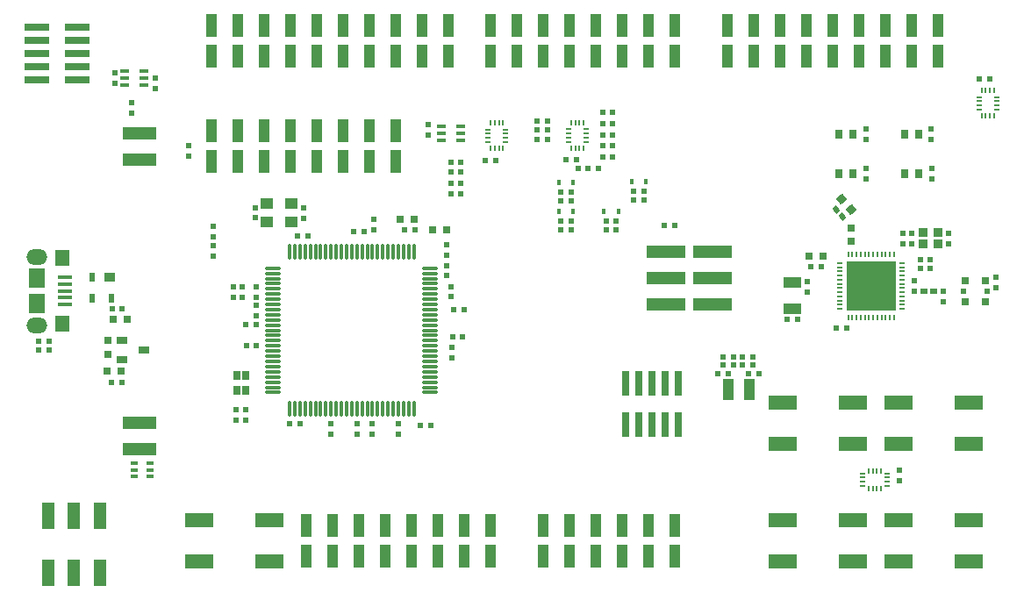
<source format=gtp>
G04 Layer_Color=8421504*
%FSLAX24Y24*%
%MOIN*%
G70*
G01*
G75*
%ADD16R,0.0197X0.0236*%
%ADD17R,0.0374X0.0335*%
%ADD18R,0.0157X0.0197*%
%ADD19R,0.0236X0.0217*%
%ADD22R,0.0236X0.0197*%
%ADD25R,0.0402X0.0799*%
%ADD26R,0.0299X0.0945*%
%ADD27R,0.0402X0.0862*%
%ADD28O,0.0256X0.0079*%
%ADD29O,0.0079X0.0256*%
%ADD30R,0.1850X0.1850*%
%ADD31R,0.0217X0.0236*%
%ADD32R,0.0295X0.0315*%
%ADD34R,0.0256X0.0197*%
%ADD35R,0.0315X0.0295*%
G04:AMPARAMS|DCode=36|XSize=31.5mil|YSize=29.5mil|CornerRadius=0mil|HoleSize=0mil|Usage=FLASHONLY|Rotation=40.000|XOffset=0mil|YOffset=0mil|HoleType=Round|Shape=Rectangle|*
%AMROTATEDRECTD36*
4,1,4,-0.0026,-0.0214,-0.0216,0.0012,0.0026,0.0214,0.0216,-0.0012,-0.0026,-0.0214,0.0*
%
%ADD36ROTATEDRECTD36*%

G04:AMPARAMS|DCode=37|XSize=19.7mil|YSize=25.6mil|CornerRadius=0mil|HoleSize=0mil|Usage=FLASHONLY|Rotation=40.000|XOffset=0mil|YOffset=0mil|HoleType=Round|Shape=Rectangle|*
%AMROTATEDRECTD37*
4,1,4,0.0007,-0.0161,-0.0158,0.0035,-0.0007,0.0161,0.0158,-0.0035,0.0007,-0.0161,0.0*
%
%ADD37ROTATEDRECTD37*%

%ADD38R,0.0300X0.0320*%
%ADD39R,0.0532X0.0157*%
%ADD40R,0.0610X0.0748*%
%ADD41R,0.0551X0.0630*%
%ADD42R,0.0315X0.0295*%
%ADD43R,0.0228X0.0197*%
%ADD44R,0.1500X0.0500*%
%ADD45R,0.0354X0.0138*%
%ADD46R,0.1252X0.0500*%
%ADD47R,0.0400X0.0300*%
%ADD48R,0.1083X0.0551*%
%ADD49R,0.0256X0.0335*%
%ADD50R,0.0236X0.0335*%
%ADD51R,0.0394X0.0335*%
%ADD52R,0.0276X0.0118*%
%ADD53R,0.0472X0.0433*%
%ADD54O,0.0650X0.0118*%
%ADD55O,0.0118X0.0650*%
%ADD56R,0.0945X0.0299*%
%ADD57R,0.0472X0.0984*%
%ADD58R,0.0709X0.0394*%
%ADD89O,0.0787X0.0591*%
%ADD90O,0.0071X0.0240*%
%ADD91O,0.0240X0.0071*%
D16*
X33670Y14289D02*
D03*
Y14683D02*
D03*
X9091Y11927D02*
D03*
Y11534D02*
D03*
X35195Y12478D02*
D03*
Y12084D02*
D03*
X10881Y15627D02*
D03*
Y15234D02*
D03*
X16511Y9954D02*
D03*
Y10347D02*
D03*
X16481Y12657D02*
D03*
Y12264D02*
D03*
X16331Y13064D02*
D03*
Y13457D02*
D03*
X9061Y15657D02*
D03*
Y15264D02*
D03*
X34100Y12873D02*
D03*
Y12479D02*
D03*
X35400Y14683D02*
D03*
Y14289D02*
D03*
X30011Y12446D02*
D03*
Y12840D02*
D03*
X37184Y12993D02*
D03*
Y12599D02*
D03*
X13551Y14804D02*
D03*
Y15197D02*
D03*
X8221Y12647D02*
D03*
Y12254D02*
D03*
X9091Y12647D02*
D03*
Y12254D02*
D03*
X11931Y7437D02*
D03*
Y7044D02*
D03*
X14495Y7437D02*
D03*
Y7044D02*
D03*
X34000Y14289D02*
D03*
Y14683D02*
D03*
X33522Y5288D02*
D03*
Y5681D02*
D03*
D17*
X34985Y14260D02*
D03*
Y14713D02*
D03*
X34415D02*
D03*
Y14260D02*
D03*
D18*
X23353Y16645D02*
D03*
X23904D02*
D03*
X22303Y15522D02*
D03*
X22854D02*
D03*
X20583D02*
D03*
X21134D02*
D03*
X20582Y16612D02*
D03*
X21133D02*
D03*
D19*
X27221Y9981D02*
D03*
X26827D02*
D03*
X27567D02*
D03*
X27961D02*
D03*
X27567Y9681D02*
D03*
X27961D02*
D03*
X27221D02*
D03*
X26827D02*
D03*
X19765Y18952D02*
D03*
X20158D02*
D03*
X19765Y18602D02*
D03*
X20158D02*
D03*
X21705Y17132D02*
D03*
X22099D02*
D03*
X21312D02*
D03*
X21705D02*
D03*
X23833Y16272D02*
D03*
X23439D02*
D03*
X22775Y15159D02*
D03*
X22382D02*
D03*
X21043Y15152D02*
D03*
X20649D02*
D03*
X22248Y19261D02*
D03*
X22642D02*
D03*
X22248Y18841D02*
D03*
X22642D02*
D03*
X22248Y18421D02*
D03*
X22642D02*
D03*
X22248Y17581D02*
D03*
X22642D02*
D03*
X21052Y16242D02*
D03*
X20658D02*
D03*
X22248Y18001D02*
D03*
X22642D02*
D03*
X15722Y7361D02*
D03*
X15329D02*
D03*
X16585Y11791D02*
D03*
X16978D02*
D03*
X16871Y16591D02*
D03*
X16477D02*
D03*
X16871Y17011D02*
D03*
X16477D02*
D03*
X16871Y16171D02*
D03*
X16477D02*
D03*
X16871Y17381D02*
D03*
X16477D02*
D03*
X1211Y10581D02*
D03*
X817D02*
D03*
X19765Y18252D02*
D03*
X20158D02*
D03*
X24588Y14985D02*
D03*
X24982D02*
D03*
D22*
X18185Y17452D02*
D03*
X17792D02*
D03*
X21262Y17472D02*
D03*
X20868D02*
D03*
X23833Y15932D02*
D03*
X23439D02*
D03*
X22382Y14819D02*
D03*
X22775D02*
D03*
X20649Y14812D02*
D03*
X21043D02*
D03*
X21052Y15902D02*
D03*
X20658D02*
D03*
X27808Y9345D02*
D03*
X28202D02*
D03*
X10675Y14571D02*
D03*
X11068D02*
D03*
X16545Y10731D02*
D03*
X16938D02*
D03*
X10355Y7431D02*
D03*
X10748D02*
D03*
X8715Y10411D02*
D03*
X9108D02*
D03*
X8685Y11211D02*
D03*
X9078D02*
D03*
X1211Y10231D02*
D03*
X817D02*
D03*
X31527Y11066D02*
D03*
X31133D02*
D03*
X29255Y11403D02*
D03*
X29648D02*
D03*
X12795Y14741D02*
D03*
X13188D02*
D03*
X3615Y11801D02*
D03*
X4008D02*
D03*
X14735Y14821D02*
D03*
X15128D02*
D03*
X3589Y9011D02*
D03*
X3982D02*
D03*
X30547Y13426D02*
D03*
X30153D02*
D03*
X34313Y13686D02*
D03*
X34707D02*
D03*
X34313Y13356D02*
D03*
X34707D02*
D03*
X26628Y9345D02*
D03*
X27022D02*
D03*
X36962Y20535D02*
D03*
X36569D02*
D03*
D25*
X27813Y8735D02*
D03*
X27025D02*
D03*
D26*
X23115Y8960D02*
D03*
X23615D02*
D03*
X24115D02*
D03*
X24615D02*
D03*
X25115D02*
D03*
X23115Y7425D02*
D03*
X23615D02*
D03*
X24115D02*
D03*
X24615D02*
D03*
X25115D02*
D03*
D27*
X7395Y17414D02*
D03*
Y18567D02*
D03*
X11395D02*
D03*
Y17414D02*
D03*
X12395Y18567D02*
D03*
Y17414D02*
D03*
X10395Y18567D02*
D03*
Y17414D02*
D03*
X9395Y18567D02*
D03*
Y17414D02*
D03*
X8395D02*
D03*
Y18567D02*
D03*
X14395Y17414D02*
D03*
Y18567D02*
D03*
X13395Y17414D02*
D03*
Y18567D02*
D03*
X26995Y21414D02*
D03*
Y22567D02*
D03*
X32995D02*
D03*
X28995D02*
D03*
X32995Y21414D02*
D03*
X28995D02*
D03*
X33995Y22567D02*
D03*
X34995D02*
D03*
X29995D02*
D03*
X30995D02*
D03*
X27995D02*
D03*
X33995Y21414D02*
D03*
X34995D02*
D03*
X29995Y21414D02*
D03*
X30995Y21414D02*
D03*
X27995D02*
D03*
X31995Y22567D02*
D03*
Y21414D02*
D03*
X21995Y21414D02*
D03*
Y22567D02*
D03*
X17995Y21414D02*
D03*
X20995D02*
D03*
X19995Y21414D02*
D03*
X24995Y21414D02*
D03*
X23995D02*
D03*
X17995Y22567D02*
D03*
X20995D02*
D03*
X19995D02*
D03*
X24995D02*
D03*
X23995D02*
D03*
X18995Y21414D02*
D03*
X22995D02*
D03*
X18995Y22567D02*
D03*
X22995D02*
D03*
X7395Y21414D02*
D03*
X13395D02*
D03*
X7395Y22567D02*
D03*
X13395D02*
D03*
X8395Y21414D02*
D03*
X9395Y21414D02*
D03*
X11395D02*
D03*
X12395D02*
D03*
X15395D02*
D03*
X16395D02*
D03*
X8395Y22567D02*
D03*
X9395D02*
D03*
X11395D02*
D03*
X12395D02*
D03*
X15395D02*
D03*
X16395D02*
D03*
X10395Y21414D02*
D03*
X14395Y21414D02*
D03*
X10395Y22567D02*
D03*
X14395D02*
D03*
X13995Y3567D02*
D03*
Y2414D02*
D03*
X17995Y3567D02*
D03*
X14995D02*
D03*
X15995Y3567D02*
D03*
X10995Y3567D02*
D03*
X11995D02*
D03*
X17995Y2414D02*
D03*
X14995D02*
D03*
X15995D02*
D03*
X10995D02*
D03*
X11995D02*
D03*
X16995Y3567D02*
D03*
X12995D02*
D03*
X16995Y2414D02*
D03*
X12995D02*
D03*
X21995Y2414D02*
D03*
Y3567D02*
D03*
X19995Y2414D02*
D03*
X20995D02*
D03*
X23995D02*
D03*
X24995D02*
D03*
X19995Y3567D02*
D03*
X20995D02*
D03*
X23995D02*
D03*
X24995D02*
D03*
X22995Y2414D02*
D03*
X22995Y3567D02*
D03*
D28*
X31259Y13542D02*
D03*
Y13385D02*
D03*
Y13227D02*
D03*
Y13070D02*
D03*
Y12912D02*
D03*
Y12755D02*
D03*
Y12598D02*
D03*
Y12440D02*
D03*
Y12283D02*
D03*
Y12125D02*
D03*
Y11968D02*
D03*
Y11810D02*
D03*
X33641D02*
D03*
Y11968D02*
D03*
Y12125D02*
D03*
Y12283D02*
D03*
Y12440D02*
D03*
Y12598D02*
D03*
Y12755D02*
D03*
Y12912D02*
D03*
Y13070D02*
D03*
Y13227D02*
D03*
Y13385D02*
D03*
Y13542D02*
D03*
D29*
X31584Y11485D02*
D03*
X31741D02*
D03*
X31899D02*
D03*
X32056D02*
D03*
X32214D02*
D03*
X32371D02*
D03*
X32529D02*
D03*
X32686D02*
D03*
X32844D02*
D03*
X33001D02*
D03*
X33159D02*
D03*
X33316D02*
D03*
Y13867D02*
D03*
X33159D02*
D03*
X33001D02*
D03*
X32844D02*
D03*
X32686D02*
D03*
X32529D02*
D03*
X32371D02*
D03*
X32214D02*
D03*
X32056D02*
D03*
X31899D02*
D03*
X31741D02*
D03*
X31584D02*
D03*
D30*
X32450Y12676D02*
D03*
D31*
X6515Y17614D02*
D03*
Y18007D02*
D03*
X16331Y13834D02*
D03*
Y14227D02*
D03*
X15625Y18817D02*
D03*
Y18424D02*
D03*
X5255Y20577D02*
D03*
Y20184D02*
D03*
X4355Y19254D02*
D03*
Y19648D02*
D03*
X32245Y18641D02*
D03*
Y18248D02*
D03*
X34735Y18641D02*
D03*
Y18248D02*
D03*
X34755Y17141D02*
D03*
Y16748D02*
D03*
X32245D02*
D03*
Y17141D02*
D03*
X3715Y20768D02*
D03*
Y20374D02*
D03*
X8324Y7977D02*
D03*
Y7584D02*
D03*
X8699Y7977D02*
D03*
Y7584D02*
D03*
X8571Y12647D02*
D03*
Y12254D02*
D03*
X12919Y7048D02*
D03*
Y7441D02*
D03*
X13509Y7048D02*
D03*
Y7441D02*
D03*
X7455Y14947D02*
D03*
Y14553D02*
D03*
X7456Y13811D02*
D03*
Y14204D02*
D03*
D32*
X15780Y14801D02*
D03*
X16311D02*
D03*
X14556Y15221D02*
D03*
X15087D02*
D03*
X4187Y11401D02*
D03*
X3656D02*
D03*
X3420Y9431D02*
D03*
X3951D02*
D03*
X30084Y13826D02*
D03*
X30616D02*
D03*
D34*
X34837Y12476D02*
D03*
X34463D02*
D03*
D35*
X31700Y14361D02*
D03*
Y14892D02*
D03*
X3465Y10075D02*
D03*
Y10606D02*
D03*
D36*
X31681Y15583D02*
D03*
X31339Y15990D02*
D03*
D37*
X31361Y15303D02*
D03*
X31120Y15589D02*
D03*
D38*
X31220Y18435D02*
D03*
X31770D02*
D03*
X33720D02*
D03*
X34270D02*
D03*
X31220Y16935D02*
D03*
X31770D02*
D03*
X33720D02*
D03*
X34270D02*
D03*
D39*
X1814Y12491D02*
D03*
Y12747D02*
D03*
Y13002D02*
D03*
Y12235D02*
D03*
Y11979D02*
D03*
D40*
X761Y12963D02*
D03*
Y12018D02*
D03*
D41*
X1725Y11231D02*
D03*
Y13750D02*
D03*
D42*
X36040Y12073D02*
D03*
Y12880D02*
D03*
X36788Y12073D02*
D03*
Y12880D02*
D03*
D43*
X35957Y12476D02*
D03*
X36871D02*
D03*
D44*
X26420Y11991D02*
D03*
X24670D02*
D03*
X26420Y12991D02*
D03*
X24670D02*
D03*
X26420Y13991D02*
D03*
X24670D02*
D03*
D45*
X16869Y18225D02*
D03*
Y18481D02*
D03*
Y18737D02*
D03*
X16121D02*
D03*
X16121Y18481D02*
D03*
X16121Y18225D02*
D03*
X4839Y20315D02*
D03*
Y20571D02*
D03*
Y20827D02*
D03*
X4091D02*
D03*
Y20571D02*
D03*
Y20315D02*
D03*
D46*
X4645Y17491D02*
D03*
Y18491D02*
D03*
Y7491D02*
D03*
Y6491D02*
D03*
D47*
X3995Y10621D02*
D03*
Y9873D02*
D03*
X4822Y10247D02*
D03*
D48*
X29087Y2194D02*
D03*
Y3769D02*
D03*
X31744Y2194D02*
D03*
Y3769D02*
D03*
X33487Y2194D02*
D03*
Y3769D02*
D03*
X36144Y2194D02*
D03*
Y3769D02*
D03*
X6937Y2203D02*
D03*
Y3778D02*
D03*
X9594Y2203D02*
D03*
Y3778D02*
D03*
X36144Y8239D02*
D03*
Y6664D02*
D03*
X33487Y8239D02*
D03*
Y6664D02*
D03*
X31744Y8239D02*
D03*
Y6664D02*
D03*
X29087Y8239D02*
D03*
Y6664D02*
D03*
D49*
X8344Y8695D02*
D03*
Y9266D02*
D03*
X8679Y8695D02*
D03*
Y9266D02*
D03*
D50*
X2847Y12217D02*
D03*
X3595D02*
D03*
X2847Y13024D02*
D03*
D51*
X3517D02*
D03*
D52*
X4445Y5431D02*
D03*
Y5942D02*
D03*
Y5687D02*
D03*
X5075Y5431D02*
D03*
Y5687D02*
D03*
Y5942D02*
D03*
D53*
X9501Y15100D02*
D03*
Y15801D02*
D03*
X10441Y15100D02*
D03*
Y15801D02*
D03*
D54*
X9739Y8628D02*
D03*
Y9022D02*
D03*
Y8825D02*
D03*
Y9416D02*
D03*
Y9219D02*
D03*
Y10006D02*
D03*
Y9810D02*
D03*
Y10203D02*
D03*
Y9613D02*
D03*
Y11187D02*
D03*
Y11581D02*
D03*
Y11384D02*
D03*
Y10597D02*
D03*
Y10400D02*
D03*
Y10991D02*
D03*
Y10794D02*
D03*
Y12762D02*
D03*
Y12565D02*
D03*
Y13156D02*
D03*
Y12959D02*
D03*
Y11975D02*
D03*
Y11778D02*
D03*
Y12369D02*
D03*
Y12172D02*
D03*
Y13353D02*
D03*
X15704Y8825D02*
D03*
Y8628D02*
D03*
Y9219D02*
D03*
Y9022D02*
D03*
Y9613D02*
D03*
Y9416D02*
D03*
Y9810D02*
D03*
Y10203D02*
D03*
Y10006D02*
D03*
Y10597D02*
D03*
Y10400D02*
D03*
Y11581D02*
D03*
Y11975D02*
D03*
Y11778D02*
D03*
Y10991D02*
D03*
Y10794D02*
D03*
Y11384D02*
D03*
Y11187D02*
D03*
Y13156D02*
D03*
Y12959D02*
D03*
Y13353D02*
D03*
Y12369D02*
D03*
Y12172D02*
D03*
Y12762D02*
D03*
Y12565D02*
D03*
D55*
X10359Y8008D02*
D03*
X10556D02*
D03*
X11147D02*
D03*
X11343D02*
D03*
X10753D02*
D03*
X10950D02*
D03*
X11934D02*
D03*
X12131D02*
D03*
X11540D02*
D03*
X11737D02*
D03*
X10950Y13973D02*
D03*
X11147D02*
D03*
X10359D02*
D03*
X10753D02*
D03*
X11343D02*
D03*
X11540D02*
D03*
X10556D02*
D03*
X12131D02*
D03*
X12328D02*
D03*
X11737D02*
D03*
X11934D02*
D03*
X14099Y8008D02*
D03*
X13706D02*
D03*
X13903D02*
D03*
X14690D02*
D03*
X14887D02*
D03*
X14296D02*
D03*
X14493D02*
D03*
X12721D02*
D03*
X12328D02*
D03*
X12525D02*
D03*
X13312D02*
D03*
X13509D02*
D03*
X12918D02*
D03*
X13115D02*
D03*
X15084D02*
D03*
X12525Y13973D02*
D03*
X12721D02*
D03*
X12918D02*
D03*
X13115D02*
D03*
X13312D02*
D03*
X13903D02*
D03*
X14099D02*
D03*
X13509D02*
D03*
X13706D02*
D03*
X14690D02*
D03*
X14887D02*
D03*
X14296D02*
D03*
X14493D02*
D03*
X15084D02*
D03*
D56*
X2293Y22501D02*
D03*
Y22001D02*
D03*
Y21501D02*
D03*
Y21001D02*
D03*
Y20501D02*
D03*
X758Y22501D02*
D03*
Y22001D02*
D03*
Y21501D02*
D03*
Y21001D02*
D03*
Y20501D02*
D03*
D57*
X3160Y1778D02*
D03*
X1191D02*
D03*
X2175D02*
D03*
Y3943D02*
D03*
X1191D02*
D03*
X3160D02*
D03*
D58*
X29451Y11821D02*
D03*
Y12805D02*
D03*
D89*
X761Y13790D02*
D03*
Y11191D02*
D03*
D90*
X36649Y20097D02*
D03*
X36807D02*
D03*
X36964D02*
D03*
X37122D02*
D03*
Y19132D02*
D03*
X36964D02*
D03*
X36807D02*
D03*
X36649D02*
D03*
X18468Y17900D02*
D03*
X18310D02*
D03*
X18153D02*
D03*
X17995D02*
D03*
Y18865D02*
D03*
X18153D02*
D03*
X18310D02*
D03*
X18468D02*
D03*
X21531Y17912D02*
D03*
X21373D02*
D03*
X21216D02*
D03*
X21058D02*
D03*
Y18877D02*
D03*
X21216D02*
D03*
X21373D02*
D03*
X21531D02*
D03*
X32828Y4990D02*
D03*
X32671D02*
D03*
X32513D02*
D03*
X32356D02*
D03*
Y5639D02*
D03*
X32513D02*
D03*
X32671D02*
D03*
X32828D02*
D03*
D91*
X37210Y19851D02*
D03*
Y19693D02*
D03*
Y19536D02*
D03*
Y19378D02*
D03*
X36561D02*
D03*
Y19536D02*
D03*
Y19693D02*
D03*
Y19851D02*
D03*
X17907Y18146D02*
D03*
Y18304D02*
D03*
Y18461D02*
D03*
Y18619D02*
D03*
X18556D02*
D03*
Y18461D02*
D03*
Y18304D02*
D03*
Y18146D02*
D03*
X20970Y18158D02*
D03*
Y18316D02*
D03*
Y18473D02*
D03*
Y18631D02*
D03*
X21620D02*
D03*
Y18473D02*
D03*
Y18316D02*
D03*
Y18158D02*
D03*
X33074Y5551D02*
D03*
Y5393D02*
D03*
Y5236D02*
D03*
Y5078D02*
D03*
X32110D02*
D03*
Y5236D02*
D03*
Y5393D02*
D03*
Y5551D02*
D03*
M02*

</source>
